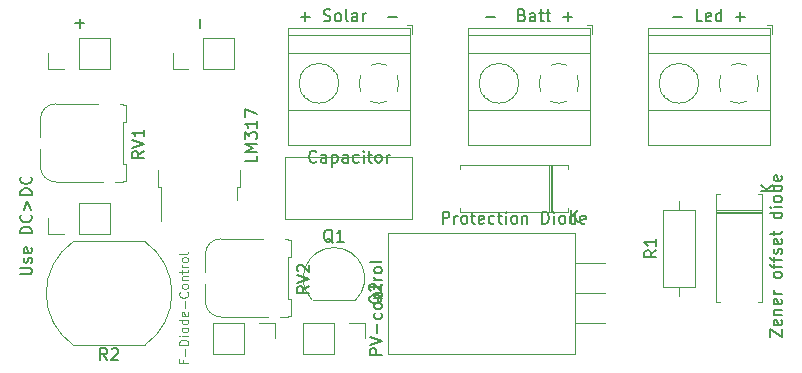
<source format=gbr>
%TF.GenerationSoftware,KiCad,Pcbnew,5.1.6*%
%TF.CreationDate,2020-11-07T14:35:20+00:00*%
%TF.ProjectId,SolarLights,536f6c61-724c-4696-9768-74732e6b6963,rev?*%
%TF.SameCoordinates,Original*%
%TF.FileFunction,Legend,Top*%
%TF.FilePolarity,Positive*%
%FSLAX46Y46*%
G04 Gerber Fmt 4.6, Leading zero omitted, Abs format (unit mm)*
G04 Created by KiCad (PCBNEW 5.1.6) date 2020-11-07 14:35:20*
%MOMM*%
%LPD*%
G01*
G04 APERTURE LIST*
%ADD10C,0.120000*%
%ADD11C,0.150000*%
%ADD12C,0.125000*%
G04 APERTURE END LIST*
D10*
%TO.C,Q2*%
X189350000Y-48300000D02*
X189350000Y-38060000D01*
X173460000Y-48300000D02*
X173460000Y-38060000D01*
X173460000Y-48300000D02*
X189350000Y-48300000D01*
X173460000Y-38060000D02*
X189350000Y-38060000D01*
X189350000Y-45720000D02*
X191890000Y-45720000D01*
X189350000Y-43180000D02*
X191890000Y-43180000D01*
X189350000Y-40640000D02*
X191890000Y-40640000D01*
%TO.C,PV-control*%
X166310000Y-45660000D02*
X166310000Y-48320000D01*
X168910000Y-45660000D02*
X166310000Y-45660000D01*
X168910000Y-48320000D02*
X166310000Y-48320000D01*
X168910000Y-45660000D02*
X168910000Y-48320000D01*
X170180000Y-45660000D02*
X171510000Y-45660000D01*
X171510000Y-45660000D02*
X171510000Y-46990000D01*
%TO.C,F-Diode-Control*%
X158690000Y-45660000D02*
X158690000Y-48320000D01*
X161290000Y-45660000D02*
X158690000Y-45660000D01*
X161290000Y-48320000D02*
X158690000Y-48320000D01*
X161290000Y-45660000D02*
X161290000Y-48320000D01*
X162560000Y-45660000D02*
X163890000Y-45660000D01*
X163890000Y-45660000D02*
X163890000Y-46990000D01*
%TO.C,LM317*%
X154030000Y-32720000D02*
X154030000Y-34220000D01*
X154030000Y-34220000D02*
X154300000Y-34220000D01*
X154300000Y-34220000D02*
X154300000Y-37050000D01*
X160930000Y-32720000D02*
X160930000Y-34220000D01*
X160930000Y-34220000D02*
X160660000Y-34220000D01*
X160660000Y-34220000D02*
X160660000Y-35320000D01*
%TO.C,RV2*%
X158020000Y-39870000D02*
G75*
G02*
X159330000Y-38560000I1310000J0D01*
G01*
X159330000Y-45180000D02*
G75*
G02*
X158020000Y-43870000I0J1310000D01*
G01*
X165040000Y-45180000D02*
X164350000Y-45180000D01*
X165040000Y-45080000D02*
X165040000Y-45180000D01*
X165040000Y-38560000D02*
X164790000Y-38560000D01*
X165040000Y-38660000D02*
X165040000Y-38560000D01*
X165240000Y-38660000D02*
X165040000Y-38660000D01*
X165040000Y-40080000D02*
X165240000Y-40080000D01*
X158020000Y-43870000D02*
X158020000Y-42380000D01*
X163310000Y-45180000D02*
X159330000Y-45180000D01*
X159330000Y-38560000D02*
X162870000Y-38560000D01*
X158020000Y-41360000D02*
X158020000Y-39870000D01*
X165240000Y-45080000D02*
X165040000Y-45080000D01*
X165240000Y-43660000D02*
X165240000Y-45080000D01*
X165040000Y-43660000D02*
X165240000Y-43660000D01*
X165040000Y-40080000D02*
X165040000Y-43660000D01*
X165240000Y-38660000D02*
X165240000Y-40080000D01*
%TO.C,RV1*%
X144050000Y-28440000D02*
G75*
G02*
X145360000Y-27130000I1310000J0D01*
G01*
X145360000Y-33750000D02*
G75*
G02*
X144050000Y-32440000I0J1310000D01*
G01*
X151070000Y-33750000D02*
X150380000Y-33750000D01*
X151070000Y-33650000D02*
X151070000Y-33750000D01*
X151070000Y-27130000D02*
X150820000Y-27130000D01*
X151070000Y-27230000D02*
X151070000Y-27130000D01*
X151270000Y-27230000D02*
X151070000Y-27230000D01*
X151070000Y-28650000D02*
X151270000Y-28650000D01*
X144050000Y-32440000D02*
X144050000Y-30950000D01*
X149340000Y-33750000D02*
X145360000Y-33750000D01*
X145360000Y-27130000D02*
X148900000Y-27130000D01*
X144050000Y-29930000D02*
X144050000Y-28440000D01*
X151270000Y-33650000D02*
X151070000Y-33650000D01*
X151270000Y-32230000D02*
X151270000Y-33650000D01*
X151070000Y-32230000D02*
X151270000Y-32230000D01*
X151070000Y-28650000D02*
X151070000Y-32230000D01*
X151270000Y-27230000D02*
X151270000Y-28650000D01*
%TO.C,R2*%
X146837350Y-38802440D02*
G75*
G03*
X146870000Y-47580000I3032650J-4377560D01*
G01*
X152902650Y-47557560D02*
G75*
G03*
X152870000Y-38780000I-3032650J4377560D01*
G01*
X152870000Y-38780000D02*
X146870000Y-38780000D01*
X152870000Y-47580000D02*
X146870000Y-47580000D01*
%TO.C,R1*%
X196750000Y-42640000D02*
X199490000Y-42640000D01*
X199490000Y-42640000D02*
X199490000Y-36100000D01*
X199490000Y-36100000D02*
X196750000Y-36100000D01*
X196750000Y-36100000D02*
X196750000Y-42640000D01*
X198120000Y-43410000D02*
X198120000Y-42640000D01*
X198120000Y-35330000D02*
X198120000Y-36100000D01*
%TO.C,Q1*%
X170748478Y-43748478D02*
G75*
G03*
X168910000Y-39310000I-1838478J1838478D01*
G01*
X167071522Y-43748478D02*
G75*
G02*
X168910000Y-39310000I1838478J1838478D01*
G01*
X167110000Y-43760000D02*
X170710000Y-43760000D01*
%TO.C,- Led +*%
X203171195Y-23719747D02*
G75*
G02*
X203884000Y-23865000I28805J-1680253D01*
G01*
X204735426Y-24716958D02*
G75*
G02*
X204735000Y-26084000I-1535426J-683042D01*
G01*
X203883042Y-26935426D02*
G75*
G02*
X202516000Y-26935000I-683042J1535426D01*
G01*
X201664574Y-26083042D02*
G75*
G02*
X201665000Y-24716000I1535426J683042D01*
G01*
X202516682Y-23865244D02*
G75*
G02*
X203200000Y-23720000I683318J-1534756D01*
G01*
X199800000Y-25400000D02*
G75*
G03*
X199800000Y-25400000I-1680000J0D01*
G01*
X205800000Y-21300000D02*
X195520000Y-21300000D01*
X205800000Y-22800000D02*
X195520000Y-22800000D01*
X205800000Y-27701000D02*
X195520000Y-27701000D01*
X205800000Y-30661000D02*
X195520000Y-30661000D01*
X205800000Y-20740000D02*
X195520000Y-20740000D01*
X205800000Y-30661000D02*
X205800000Y-20740000D01*
X195520000Y-30661000D02*
X195520000Y-20740000D01*
X196845000Y-26469000D02*
X196892000Y-26423000D01*
X199154000Y-24161000D02*
X199189000Y-24126000D01*
X197050000Y-26675000D02*
X197085000Y-26639000D01*
X199347000Y-24377000D02*
X199394000Y-24331000D01*
X206040000Y-21240000D02*
X206040000Y-20500000D01*
X206040000Y-20500000D02*
X205540000Y-20500000D01*
%TO.C,-  Batt +*%
X187931195Y-23719747D02*
G75*
G02*
X188644000Y-23865000I28805J-1680253D01*
G01*
X189495426Y-24716958D02*
G75*
G02*
X189495000Y-26084000I-1535426J-683042D01*
G01*
X188643042Y-26935426D02*
G75*
G02*
X187276000Y-26935000I-683042J1535426D01*
G01*
X186424574Y-26083042D02*
G75*
G02*
X186425000Y-24716000I1535426J683042D01*
G01*
X187276682Y-23865244D02*
G75*
G02*
X187960000Y-23720000I683318J-1534756D01*
G01*
X184560000Y-25400000D02*
G75*
G03*
X184560000Y-25400000I-1680000J0D01*
G01*
X190560000Y-21300000D02*
X180280000Y-21300000D01*
X190560000Y-22800000D02*
X180280000Y-22800000D01*
X190560000Y-27701000D02*
X180280000Y-27701000D01*
X190560000Y-30661000D02*
X180280000Y-30661000D01*
X190560000Y-20740000D02*
X180280000Y-20740000D01*
X190560000Y-30661000D02*
X190560000Y-20740000D01*
X180280000Y-30661000D02*
X180280000Y-20740000D01*
X181605000Y-26469000D02*
X181652000Y-26423000D01*
X183914000Y-24161000D02*
X183949000Y-24126000D01*
X181810000Y-26675000D02*
X181845000Y-26639000D01*
X184107000Y-24377000D02*
X184154000Y-24331000D01*
X190800000Y-21240000D02*
X190800000Y-20500000D01*
X190800000Y-20500000D02*
X190300000Y-20500000D01*
%TO.C,Use DC>DC*%
X149920000Y-38160000D02*
X149920000Y-35500000D01*
X147320000Y-38160000D02*
X149920000Y-38160000D01*
X147320000Y-35500000D02*
X149920000Y-35500000D01*
X147320000Y-38160000D02*
X147320000Y-35500000D01*
X146050000Y-38160000D02*
X144720000Y-38160000D01*
X144720000Y-38160000D02*
X144720000Y-36830000D01*
%TO.C,-*%
X160460000Y-24190000D02*
X160460000Y-21530000D01*
X157860000Y-24190000D02*
X160460000Y-24190000D01*
X157860000Y-21530000D02*
X160460000Y-21530000D01*
X157860000Y-24190000D02*
X157860000Y-21530000D01*
X156590000Y-24190000D02*
X155260000Y-24190000D01*
X155260000Y-24190000D02*
X155260000Y-22860000D01*
%TO.C,+*%
X149920000Y-24190000D02*
X149920000Y-21530000D01*
X147320000Y-24190000D02*
X149920000Y-24190000D01*
X147320000Y-21530000D02*
X149920000Y-21530000D01*
X147320000Y-24190000D02*
X147320000Y-21530000D01*
X146050000Y-24190000D02*
X144720000Y-24190000D01*
X144720000Y-24190000D02*
X144720000Y-22860000D01*
%TO.C,Capacitor*%
X172691195Y-23719747D02*
G75*
G02*
X173404000Y-23865000I28805J-1680253D01*
G01*
X174255426Y-24716958D02*
G75*
G02*
X174255000Y-26084000I-1535426J-683042D01*
G01*
X173403042Y-26935426D02*
G75*
G02*
X172036000Y-26935000I-683042J1535426D01*
G01*
X171184574Y-26083042D02*
G75*
G02*
X171185000Y-24716000I1535426J683042D01*
G01*
X172036682Y-23865244D02*
G75*
G02*
X172720000Y-23720000I683318J-1534756D01*
G01*
X169320000Y-25400000D02*
G75*
G03*
X169320000Y-25400000I-1680000J0D01*
G01*
X175320000Y-21300000D02*
X165040000Y-21300000D01*
X175320000Y-22800000D02*
X165040000Y-22800000D01*
X175320000Y-27701000D02*
X165040000Y-27701000D01*
X175320000Y-30661000D02*
X165040000Y-30661000D01*
X175320000Y-20740000D02*
X165040000Y-20740000D01*
X175320000Y-30661000D02*
X175320000Y-20740000D01*
X165040000Y-30661000D02*
X165040000Y-20740000D01*
X166365000Y-26469000D02*
X166412000Y-26423000D01*
X168674000Y-24161000D02*
X168709000Y-24126000D01*
X166570000Y-26675000D02*
X166605000Y-26639000D01*
X168867000Y-24377000D02*
X168914000Y-24331000D01*
X175560000Y-21240000D02*
X175560000Y-20500000D01*
X175560000Y-20500000D02*
X175060000Y-20500000D01*
%TO.C,Zener offset diode*%
X204840000Y-34800000D02*
X205170000Y-34800000D01*
X205170000Y-34800000D02*
X205170000Y-43940000D01*
X205170000Y-43940000D02*
X204840000Y-43940000D01*
X201560000Y-34800000D02*
X201230000Y-34800000D01*
X201230000Y-34800000D02*
X201230000Y-43940000D01*
X201230000Y-43940000D02*
X201560000Y-43940000D01*
X205170000Y-36255000D02*
X201230000Y-36255000D01*
X205170000Y-36375000D02*
X201230000Y-36375000D01*
X205170000Y-36135000D02*
X201230000Y-36135000D01*
%TO.C,Protection Diode*%
X188720000Y-35930000D02*
X188720000Y-36260000D01*
X188720000Y-36260000D02*
X179580000Y-36260000D01*
X179580000Y-36260000D02*
X179580000Y-35930000D01*
X188720000Y-32650000D02*
X188720000Y-32320000D01*
X188720000Y-32320000D02*
X179580000Y-32320000D01*
X179580000Y-32320000D02*
X179580000Y-32650000D01*
X187265000Y-36260000D02*
X187265000Y-32320000D01*
X187145000Y-36260000D02*
X187145000Y-32320000D01*
X187385000Y-36260000D02*
X187385000Y-32320000D01*
%TO.C,+ Solar  -*%
X164770000Y-31670000D02*
X175510000Y-31670000D01*
X164770000Y-36910000D02*
X175510000Y-36910000D01*
X164770000Y-31670000D02*
X164770000Y-36910000D01*
X175510000Y-31670000D02*
X175510000Y-36910000D01*
%TO.C, *%
D11*
%TO.C,Q2*%
X173007619Y-43275238D02*
X172960000Y-43370476D01*
X172864761Y-43465714D01*
X172721904Y-43608571D01*
X172674285Y-43703809D01*
X172674285Y-43799047D01*
X172912380Y-43751428D02*
X172864761Y-43846666D01*
X172769523Y-43941904D01*
X172579047Y-43989523D01*
X172245714Y-43989523D01*
X172055238Y-43941904D01*
X171960000Y-43846666D01*
X171912380Y-43751428D01*
X171912380Y-43560952D01*
X171960000Y-43465714D01*
X172055238Y-43370476D01*
X172245714Y-43322857D01*
X172579047Y-43322857D01*
X172769523Y-43370476D01*
X172864761Y-43465714D01*
X172912380Y-43560952D01*
X172912380Y-43751428D01*
X172007619Y-42941904D02*
X171960000Y-42894285D01*
X171912380Y-42799047D01*
X171912380Y-42560952D01*
X171960000Y-42465714D01*
X172007619Y-42418095D01*
X172102857Y-42370476D01*
X172198095Y-42370476D01*
X172340952Y-42418095D01*
X172912380Y-42989523D01*
X172912380Y-42370476D01*
%TO.C,PV-control*%
X172962380Y-48402380D02*
X171962380Y-48402380D01*
X171962380Y-48021428D01*
X172010000Y-47926190D01*
X172057619Y-47878571D01*
X172152857Y-47830952D01*
X172295714Y-47830952D01*
X172390952Y-47878571D01*
X172438571Y-47926190D01*
X172486190Y-48021428D01*
X172486190Y-48402380D01*
X171962380Y-47545238D02*
X172962380Y-47211904D01*
X171962380Y-46878571D01*
X172581428Y-46545238D02*
X172581428Y-45783333D01*
X172914761Y-44878571D02*
X172962380Y-44973809D01*
X172962380Y-45164285D01*
X172914761Y-45259523D01*
X172867142Y-45307142D01*
X172771904Y-45354761D01*
X172486190Y-45354761D01*
X172390952Y-45307142D01*
X172343333Y-45259523D01*
X172295714Y-45164285D01*
X172295714Y-44973809D01*
X172343333Y-44878571D01*
X172962380Y-44307142D02*
X172914761Y-44402380D01*
X172867142Y-44450000D01*
X172771904Y-44497619D01*
X172486190Y-44497619D01*
X172390952Y-44450000D01*
X172343333Y-44402380D01*
X172295714Y-44307142D01*
X172295714Y-44164285D01*
X172343333Y-44069047D01*
X172390952Y-44021428D01*
X172486190Y-43973809D01*
X172771904Y-43973809D01*
X172867142Y-44021428D01*
X172914761Y-44069047D01*
X172962380Y-44164285D01*
X172962380Y-44307142D01*
X172295714Y-43545238D02*
X172962380Y-43545238D01*
X172390952Y-43545238D02*
X172343333Y-43497619D01*
X172295714Y-43402380D01*
X172295714Y-43259523D01*
X172343333Y-43164285D01*
X172438571Y-43116666D01*
X172962380Y-43116666D01*
X172295714Y-42783333D02*
X172295714Y-42402380D01*
X171962380Y-42640476D02*
X172819523Y-42640476D01*
X172914761Y-42592857D01*
X172962380Y-42497619D01*
X172962380Y-42402380D01*
X172962380Y-42069047D02*
X172295714Y-42069047D01*
X172486190Y-42069047D02*
X172390952Y-42021428D01*
X172343333Y-41973809D01*
X172295714Y-41878571D01*
X172295714Y-41783333D01*
X172962380Y-41307142D02*
X172914761Y-41402380D01*
X172867142Y-41450000D01*
X172771904Y-41497619D01*
X172486190Y-41497619D01*
X172390952Y-41450000D01*
X172343333Y-41402380D01*
X172295714Y-41307142D01*
X172295714Y-41164285D01*
X172343333Y-41069047D01*
X172390952Y-41021428D01*
X172486190Y-40973809D01*
X172771904Y-40973809D01*
X172867142Y-41021428D01*
X172914761Y-41069047D01*
X172962380Y-41164285D01*
X172962380Y-41307142D01*
X172962380Y-40402380D02*
X172914761Y-40497619D01*
X172819523Y-40545238D01*
X171962380Y-40545238D01*
%TO.C,F-Diode-Control*%
D12*
X156156428Y-48860714D02*
X156156428Y-49110714D01*
X156549285Y-49110714D02*
X155799285Y-49110714D01*
X155799285Y-48753571D01*
X156263571Y-48467857D02*
X156263571Y-47896428D01*
X156549285Y-47539285D02*
X155799285Y-47539285D01*
X155799285Y-47360714D01*
X155835000Y-47253571D01*
X155906428Y-47182142D01*
X155977857Y-47146428D01*
X156120714Y-47110714D01*
X156227857Y-47110714D01*
X156370714Y-47146428D01*
X156442142Y-47182142D01*
X156513571Y-47253571D01*
X156549285Y-47360714D01*
X156549285Y-47539285D01*
X156549285Y-46789285D02*
X156049285Y-46789285D01*
X155799285Y-46789285D02*
X155835000Y-46825000D01*
X155870714Y-46789285D01*
X155835000Y-46753571D01*
X155799285Y-46789285D01*
X155870714Y-46789285D01*
X156549285Y-46325000D02*
X156513571Y-46396428D01*
X156477857Y-46432142D01*
X156406428Y-46467857D01*
X156192142Y-46467857D01*
X156120714Y-46432142D01*
X156085000Y-46396428D01*
X156049285Y-46325000D01*
X156049285Y-46217857D01*
X156085000Y-46146428D01*
X156120714Y-46110714D01*
X156192142Y-46075000D01*
X156406428Y-46075000D01*
X156477857Y-46110714D01*
X156513571Y-46146428D01*
X156549285Y-46217857D01*
X156549285Y-46325000D01*
X156549285Y-45432142D02*
X155799285Y-45432142D01*
X156513571Y-45432142D02*
X156549285Y-45503571D01*
X156549285Y-45646428D01*
X156513571Y-45717857D01*
X156477857Y-45753571D01*
X156406428Y-45789285D01*
X156192142Y-45789285D01*
X156120714Y-45753571D01*
X156085000Y-45717857D01*
X156049285Y-45646428D01*
X156049285Y-45503571D01*
X156085000Y-45432142D01*
X156513571Y-44789285D02*
X156549285Y-44860714D01*
X156549285Y-45003571D01*
X156513571Y-45075000D01*
X156442142Y-45110714D01*
X156156428Y-45110714D01*
X156085000Y-45075000D01*
X156049285Y-45003571D01*
X156049285Y-44860714D01*
X156085000Y-44789285D01*
X156156428Y-44753571D01*
X156227857Y-44753571D01*
X156299285Y-45110714D01*
X156263571Y-44432142D02*
X156263571Y-43860714D01*
X156477857Y-43075000D02*
X156513571Y-43110714D01*
X156549285Y-43217857D01*
X156549285Y-43289285D01*
X156513571Y-43396428D01*
X156442142Y-43467857D01*
X156370714Y-43503571D01*
X156227857Y-43539285D01*
X156120714Y-43539285D01*
X155977857Y-43503571D01*
X155906428Y-43467857D01*
X155835000Y-43396428D01*
X155799285Y-43289285D01*
X155799285Y-43217857D01*
X155835000Y-43110714D01*
X155870714Y-43075000D01*
X156549285Y-42646428D02*
X156513571Y-42717857D01*
X156477857Y-42753571D01*
X156406428Y-42789285D01*
X156192142Y-42789285D01*
X156120714Y-42753571D01*
X156085000Y-42717857D01*
X156049285Y-42646428D01*
X156049285Y-42539285D01*
X156085000Y-42467857D01*
X156120714Y-42432142D01*
X156192142Y-42396428D01*
X156406428Y-42396428D01*
X156477857Y-42432142D01*
X156513571Y-42467857D01*
X156549285Y-42539285D01*
X156549285Y-42646428D01*
X156049285Y-42075000D02*
X156549285Y-42075000D01*
X156120714Y-42075000D02*
X156085000Y-42039285D01*
X156049285Y-41967857D01*
X156049285Y-41860714D01*
X156085000Y-41789285D01*
X156156428Y-41753571D01*
X156549285Y-41753571D01*
X156049285Y-41503571D02*
X156049285Y-41217857D01*
X155799285Y-41396428D02*
X156442142Y-41396428D01*
X156513571Y-41360714D01*
X156549285Y-41289285D01*
X156549285Y-41217857D01*
X156549285Y-40967857D02*
X156049285Y-40967857D01*
X156192142Y-40967857D02*
X156120714Y-40932142D01*
X156085000Y-40896428D01*
X156049285Y-40825000D01*
X156049285Y-40753571D01*
X156549285Y-40396428D02*
X156513571Y-40467857D01*
X156477857Y-40503571D01*
X156406428Y-40539285D01*
X156192142Y-40539285D01*
X156120714Y-40503571D01*
X156085000Y-40467857D01*
X156049285Y-40396428D01*
X156049285Y-40289285D01*
X156085000Y-40217857D01*
X156120714Y-40182142D01*
X156192142Y-40146428D01*
X156406428Y-40146428D01*
X156477857Y-40182142D01*
X156513571Y-40217857D01*
X156549285Y-40289285D01*
X156549285Y-40396428D01*
X156549285Y-39717857D02*
X156513571Y-39789285D01*
X156442142Y-39825000D01*
X155799285Y-39825000D01*
%TO.C,LM317*%
D11*
X162377380Y-31535476D02*
X162377380Y-32011666D01*
X161377380Y-32011666D01*
X162377380Y-31202142D02*
X161377380Y-31202142D01*
X162091666Y-30868809D01*
X161377380Y-30535476D01*
X162377380Y-30535476D01*
X161377380Y-30154523D02*
X161377380Y-29535476D01*
X161758333Y-29868809D01*
X161758333Y-29725952D01*
X161805952Y-29630714D01*
X161853571Y-29583095D01*
X161948809Y-29535476D01*
X162186904Y-29535476D01*
X162282142Y-29583095D01*
X162329761Y-29630714D01*
X162377380Y-29725952D01*
X162377380Y-30011666D01*
X162329761Y-30106904D01*
X162282142Y-30154523D01*
X162377380Y-28583095D02*
X162377380Y-29154523D01*
X162377380Y-28868809D02*
X161377380Y-28868809D01*
X161520238Y-28964047D01*
X161615476Y-29059285D01*
X161663095Y-29154523D01*
X161377380Y-28249761D02*
X161377380Y-27583095D01*
X162377380Y-28011666D01*
%TO.C,RV2*%
X166782380Y-42565238D02*
X166306190Y-42898571D01*
X166782380Y-43136666D02*
X165782380Y-43136666D01*
X165782380Y-42755714D01*
X165830000Y-42660476D01*
X165877619Y-42612857D01*
X165972857Y-42565238D01*
X166115714Y-42565238D01*
X166210952Y-42612857D01*
X166258571Y-42660476D01*
X166306190Y-42755714D01*
X166306190Y-43136666D01*
X165782380Y-42279523D02*
X166782380Y-41946190D01*
X165782380Y-41612857D01*
X165877619Y-41327142D02*
X165830000Y-41279523D01*
X165782380Y-41184285D01*
X165782380Y-40946190D01*
X165830000Y-40850952D01*
X165877619Y-40803333D01*
X165972857Y-40755714D01*
X166068095Y-40755714D01*
X166210952Y-40803333D01*
X166782380Y-41374761D01*
X166782380Y-40755714D01*
%TO.C,RV1*%
X152812380Y-31135238D02*
X152336190Y-31468571D01*
X152812380Y-31706666D02*
X151812380Y-31706666D01*
X151812380Y-31325714D01*
X151860000Y-31230476D01*
X151907619Y-31182857D01*
X152002857Y-31135238D01*
X152145714Y-31135238D01*
X152240952Y-31182857D01*
X152288571Y-31230476D01*
X152336190Y-31325714D01*
X152336190Y-31706666D01*
X151812380Y-30849523D02*
X152812380Y-30516190D01*
X151812380Y-30182857D01*
X152812380Y-29325714D02*
X152812380Y-29897142D01*
X152812380Y-29611428D02*
X151812380Y-29611428D01*
X151955238Y-29706666D01*
X152050476Y-29801904D01*
X152098095Y-29897142D01*
%TO.C,R2*%
X149703333Y-48832380D02*
X149370000Y-48356190D01*
X149131904Y-48832380D02*
X149131904Y-47832380D01*
X149512857Y-47832380D01*
X149608095Y-47880000D01*
X149655714Y-47927619D01*
X149703333Y-48022857D01*
X149703333Y-48165714D01*
X149655714Y-48260952D01*
X149608095Y-48308571D01*
X149512857Y-48356190D01*
X149131904Y-48356190D01*
X150084285Y-47927619D02*
X150131904Y-47880000D01*
X150227142Y-47832380D01*
X150465238Y-47832380D01*
X150560476Y-47880000D01*
X150608095Y-47927619D01*
X150655714Y-48022857D01*
X150655714Y-48118095D01*
X150608095Y-48260952D01*
X150036666Y-48832380D01*
X150655714Y-48832380D01*
%TO.C,R1*%
X196202380Y-39536666D02*
X195726190Y-39870000D01*
X196202380Y-40108095D02*
X195202380Y-40108095D01*
X195202380Y-39727142D01*
X195250000Y-39631904D01*
X195297619Y-39584285D01*
X195392857Y-39536666D01*
X195535714Y-39536666D01*
X195630952Y-39584285D01*
X195678571Y-39631904D01*
X195726190Y-39727142D01*
X195726190Y-40108095D01*
X196202380Y-38584285D02*
X196202380Y-39155714D01*
X196202380Y-38870000D02*
X195202380Y-38870000D01*
X195345238Y-38965238D01*
X195440476Y-39060476D01*
X195488095Y-39155714D01*
%TO.C,Q1*%
X168814761Y-38897619D02*
X168719523Y-38850000D01*
X168624285Y-38754761D01*
X168481428Y-38611904D01*
X168386190Y-38564285D01*
X168290952Y-38564285D01*
X168338571Y-38802380D02*
X168243333Y-38754761D01*
X168148095Y-38659523D01*
X168100476Y-38469047D01*
X168100476Y-38135714D01*
X168148095Y-37945238D01*
X168243333Y-37850000D01*
X168338571Y-37802380D01*
X168529047Y-37802380D01*
X168624285Y-37850000D01*
X168719523Y-37945238D01*
X168767142Y-38135714D01*
X168767142Y-38469047D01*
X168719523Y-38659523D01*
X168624285Y-38754761D01*
X168529047Y-38802380D01*
X168338571Y-38802380D01*
X169719523Y-38802380D02*
X169148095Y-38802380D01*
X169433809Y-38802380D02*
X169433809Y-37802380D01*
X169338571Y-37945238D01*
X169243333Y-38040476D01*
X169148095Y-38088095D01*
%TO.C,- Led +*%
X197612380Y-19756428D02*
X198374285Y-19756428D01*
X200088571Y-20137380D02*
X199612380Y-20137380D01*
X199612380Y-19137380D01*
X200802857Y-20089761D02*
X200707619Y-20137380D01*
X200517142Y-20137380D01*
X200421904Y-20089761D01*
X200374285Y-19994523D01*
X200374285Y-19613571D01*
X200421904Y-19518333D01*
X200517142Y-19470714D01*
X200707619Y-19470714D01*
X200802857Y-19518333D01*
X200850476Y-19613571D01*
X200850476Y-19708809D01*
X200374285Y-19804047D01*
X201707619Y-20137380D02*
X201707619Y-19137380D01*
X201707619Y-20089761D02*
X201612380Y-20137380D01*
X201421904Y-20137380D01*
X201326666Y-20089761D01*
X201279047Y-20042142D01*
X201231428Y-19946904D01*
X201231428Y-19661190D01*
X201279047Y-19565952D01*
X201326666Y-19518333D01*
X201421904Y-19470714D01*
X201612380Y-19470714D01*
X201707619Y-19518333D01*
X202945714Y-19756428D02*
X203707619Y-19756428D01*
X203326666Y-20137380D02*
X203326666Y-19375476D01*
%TO.C,-  Batt +*%
X181753333Y-19756428D02*
X182515238Y-19756428D01*
X184848571Y-19613571D02*
X184991428Y-19661190D01*
X185039047Y-19708809D01*
X185086666Y-19804047D01*
X185086666Y-19946904D01*
X185039047Y-20042142D01*
X184991428Y-20089761D01*
X184896190Y-20137380D01*
X184515238Y-20137380D01*
X184515238Y-19137380D01*
X184848571Y-19137380D01*
X184943809Y-19185000D01*
X184991428Y-19232619D01*
X185039047Y-19327857D01*
X185039047Y-19423095D01*
X184991428Y-19518333D01*
X184943809Y-19565952D01*
X184848571Y-19613571D01*
X184515238Y-19613571D01*
X185943809Y-20137380D02*
X185943809Y-19613571D01*
X185896190Y-19518333D01*
X185800952Y-19470714D01*
X185610476Y-19470714D01*
X185515238Y-19518333D01*
X185943809Y-20089761D02*
X185848571Y-20137380D01*
X185610476Y-20137380D01*
X185515238Y-20089761D01*
X185467619Y-19994523D01*
X185467619Y-19899285D01*
X185515238Y-19804047D01*
X185610476Y-19756428D01*
X185848571Y-19756428D01*
X185943809Y-19708809D01*
X186277142Y-19470714D02*
X186658095Y-19470714D01*
X186420000Y-19137380D02*
X186420000Y-19994523D01*
X186467619Y-20089761D01*
X186562857Y-20137380D01*
X186658095Y-20137380D01*
X186848571Y-19470714D02*
X187229523Y-19470714D01*
X186991428Y-19137380D02*
X186991428Y-19994523D01*
X187039047Y-20089761D01*
X187134285Y-20137380D01*
X187229523Y-20137380D01*
X188324761Y-19756428D02*
X189086666Y-19756428D01*
X188705714Y-20137380D02*
X188705714Y-19375476D01*
%TO.C,Use DC>DC*%
X142327380Y-41584047D02*
X143136904Y-41584047D01*
X143232142Y-41536428D01*
X143279761Y-41488809D01*
X143327380Y-41393571D01*
X143327380Y-41203095D01*
X143279761Y-41107857D01*
X143232142Y-41060238D01*
X143136904Y-41012619D01*
X142327380Y-41012619D01*
X143279761Y-40584047D02*
X143327380Y-40488809D01*
X143327380Y-40298333D01*
X143279761Y-40203095D01*
X143184523Y-40155476D01*
X143136904Y-40155476D01*
X143041666Y-40203095D01*
X142994047Y-40298333D01*
X142994047Y-40441190D01*
X142946428Y-40536428D01*
X142851190Y-40584047D01*
X142803571Y-40584047D01*
X142708333Y-40536428D01*
X142660714Y-40441190D01*
X142660714Y-40298333D01*
X142708333Y-40203095D01*
X143279761Y-39345952D02*
X143327380Y-39441190D01*
X143327380Y-39631666D01*
X143279761Y-39726904D01*
X143184523Y-39774523D01*
X142803571Y-39774523D01*
X142708333Y-39726904D01*
X142660714Y-39631666D01*
X142660714Y-39441190D01*
X142708333Y-39345952D01*
X142803571Y-39298333D01*
X142898809Y-39298333D01*
X142994047Y-39774523D01*
X143327380Y-38107857D02*
X142327380Y-38107857D01*
X142327380Y-37869761D01*
X142375000Y-37726904D01*
X142470238Y-37631666D01*
X142565476Y-37584047D01*
X142755952Y-37536428D01*
X142898809Y-37536428D01*
X143089285Y-37584047D01*
X143184523Y-37631666D01*
X143279761Y-37726904D01*
X143327380Y-37869761D01*
X143327380Y-38107857D01*
X143232142Y-36536428D02*
X143279761Y-36584047D01*
X143327380Y-36726904D01*
X143327380Y-36822142D01*
X143279761Y-36965000D01*
X143184523Y-37060238D01*
X143089285Y-37107857D01*
X142898809Y-37155476D01*
X142755952Y-37155476D01*
X142565476Y-37107857D01*
X142470238Y-37060238D01*
X142375000Y-36965000D01*
X142327380Y-36822142D01*
X142327380Y-36726904D01*
X142375000Y-36584047D01*
X142422619Y-36536428D01*
X142660714Y-36107857D02*
X142946428Y-35345952D01*
X143232142Y-36107857D01*
X143327380Y-34869761D02*
X142327380Y-34869761D01*
X142327380Y-34631666D01*
X142375000Y-34488809D01*
X142470238Y-34393571D01*
X142565476Y-34345952D01*
X142755952Y-34298333D01*
X142898809Y-34298333D01*
X143089285Y-34345952D01*
X143184523Y-34393571D01*
X143279761Y-34488809D01*
X143327380Y-34631666D01*
X143327380Y-34869761D01*
X143232142Y-33298333D02*
X143279761Y-33345952D01*
X143327380Y-33488809D01*
X143327380Y-33584047D01*
X143279761Y-33726904D01*
X143184523Y-33822142D01*
X143089285Y-33869761D01*
X142898809Y-33917380D01*
X142755952Y-33917380D01*
X142565476Y-33869761D01*
X142470238Y-33822142D01*
X142375000Y-33726904D01*
X142327380Y-33584047D01*
X142327380Y-33488809D01*
X142375000Y-33345952D01*
X142422619Y-33298333D01*
%TO.C,-*%
X157551428Y-20700952D02*
X157551428Y-19939047D01*
%TO.C,+*%
X147391428Y-20700952D02*
X147391428Y-19939047D01*
X147772380Y-20320000D02*
X147010476Y-20320000D01*
%TO.C,Capacitor*%
X167418095Y-32017142D02*
X167370476Y-32064761D01*
X167227619Y-32112380D01*
X167132380Y-32112380D01*
X166989523Y-32064761D01*
X166894285Y-31969523D01*
X166846666Y-31874285D01*
X166799047Y-31683809D01*
X166799047Y-31540952D01*
X166846666Y-31350476D01*
X166894285Y-31255238D01*
X166989523Y-31160000D01*
X167132380Y-31112380D01*
X167227619Y-31112380D01*
X167370476Y-31160000D01*
X167418095Y-31207619D01*
X168275238Y-32112380D02*
X168275238Y-31588571D01*
X168227619Y-31493333D01*
X168132380Y-31445714D01*
X167941904Y-31445714D01*
X167846666Y-31493333D01*
X168275238Y-32064761D02*
X168180000Y-32112380D01*
X167941904Y-32112380D01*
X167846666Y-32064761D01*
X167799047Y-31969523D01*
X167799047Y-31874285D01*
X167846666Y-31779047D01*
X167941904Y-31731428D01*
X168180000Y-31731428D01*
X168275238Y-31683809D01*
X168751428Y-31445714D02*
X168751428Y-32445714D01*
X168751428Y-31493333D02*
X168846666Y-31445714D01*
X169037142Y-31445714D01*
X169132380Y-31493333D01*
X169180000Y-31540952D01*
X169227619Y-31636190D01*
X169227619Y-31921904D01*
X169180000Y-32017142D01*
X169132380Y-32064761D01*
X169037142Y-32112380D01*
X168846666Y-32112380D01*
X168751428Y-32064761D01*
X170084761Y-32112380D02*
X170084761Y-31588571D01*
X170037142Y-31493333D01*
X169941904Y-31445714D01*
X169751428Y-31445714D01*
X169656190Y-31493333D01*
X170084761Y-32064761D02*
X169989523Y-32112380D01*
X169751428Y-32112380D01*
X169656190Y-32064761D01*
X169608571Y-31969523D01*
X169608571Y-31874285D01*
X169656190Y-31779047D01*
X169751428Y-31731428D01*
X169989523Y-31731428D01*
X170084761Y-31683809D01*
X170989523Y-32064761D02*
X170894285Y-32112380D01*
X170703809Y-32112380D01*
X170608571Y-32064761D01*
X170560952Y-32017142D01*
X170513333Y-31921904D01*
X170513333Y-31636190D01*
X170560952Y-31540952D01*
X170608571Y-31493333D01*
X170703809Y-31445714D01*
X170894285Y-31445714D01*
X170989523Y-31493333D01*
X171418095Y-32112380D02*
X171418095Y-31445714D01*
X171418095Y-31112380D02*
X171370476Y-31160000D01*
X171418095Y-31207619D01*
X171465714Y-31160000D01*
X171418095Y-31112380D01*
X171418095Y-31207619D01*
X171751428Y-31445714D02*
X172132380Y-31445714D01*
X171894285Y-31112380D02*
X171894285Y-31969523D01*
X171941904Y-32064761D01*
X172037142Y-32112380D01*
X172132380Y-32112380D01*
X172608571Y-32112380D02*
X172513333Y-32064761D01*
X172465714Y-32017142D01*
X172418095Y-31921904D01*
X172418095Y-31636190D01*
X172465714Y-31540952D01*
X172513333Y-31493333D01*
X172608571Y-31445714D01*
X172751428Y-31445714D01*
X172846666Y-31493333D01*
X172894285Y-31540952D01*
X172941904Y-31636190D01*
X172941904Y-31921904D01*
X172894285Y-32017142D01*
X172846666Y-32064761D01*
X172751428Y-32112380D01*
X172608571Y-32112380D01*
X173370476Y-32112380D02*
X173370476Y-31445714D01*
X173370476Y-31636190D02*
X173418095Y-31540952D01*
X173465714Y-31493333D01*
X173560952Y-31445714D01*
X173656190Y-31445714D01*
%TO.C,Zener offset diode*%
X205827380Y-46885952D02*
X205827380Y-46219285D01*
X206827380Y-46885952D01*
X206827380Y-46219285D01*
X206779761Y-45457380D02*
X206827380Y-45552619D01*
X206827380Y-45743095D01*
X206779761Y-45838333D01*
X206684523Y-45885952D01*
X206303571Y-45885952D01*
X206208333Y-45838333D01*
X206160714Y-45743095D01*
X206160714Y-45552619D01*
X206208333Y-45457380D01*
X206303571Y-45409761D01*
X206398809Y-45409761D01*
X206494047Y-45885952D01*
X206160714Y-44981190D02*
X206827380Y-44981190D01*
X206255952Y-44981190D02*
X206208333Y-44933571D01*
X206160714Y-44838333D01*
X206160714Y-44695476D01*
X206208333Y-44600238D01*
X206303571Y-44552619D01*
X206827380Y-44552619D01*
X206779761Y-43695476D02*
X206827380Y-43790714D01*
X206827380Y-43981190D01*
X206779761Y-44076428D01*
X206684523Y-44124047D01*
X206303571Y-44124047D01*
X206208333Y-44076428D01*
X206160714Y-43981190D01*
X206160714Y-43790714D01*
X206208333Y-43695476D01*
X206303571Y-43647857D01*
X206398809Y-43647857D01*
X206494047Y-44124047D01*
X206827380Y-43219285D02*
X206160714Y-43219285D01*
X206351190Y-43219285D02*
X206255952Y-43171666D01*
X206208333Y-43124047D01*
X206160714Y-43028809D01*
X206160714Y-42933571D01*
X206827380Y-41695476D02*
X206779761Y-41790714D01*
X206732142Y-41838333D01*
X206636904Y-41885952D01*
X206351190Y-41885952D01*
X206255952Y-41838333D01*
X206208333Y-41790714D01*
X206160714Y-41695476D01*
X206160714Y-41552619D01*
X206208333Y-41457380D01*
X206255952Y-41409761D01*
X206351190Y-41362142D01*
X206636904Y-41362142D01*
X206732142Y-41409761D01*
X206779761Y-41457380D01*
X206827380Y-41552619D01*
X206827380Y-41695476D01*
X206160714Y-41076428D02*
X206160714Y-40695476D01*
X206827380Y-40933571D02*
X205970238Y-40933571D01*
X205875000Y-40885952D01*
X205827380Y-40790714D01*
X205827380Y-40695476D01*
X206160714Y-40505000D02*
X206160714Y-40124047D01*
X206827380Y-40362142D02*
X205970238Y-40362142D01*
X205875000Y-40314523D01*
X205827380Y-40219285D01*
X205827380Y-40124047D01*
X206779761Y-39838333D02*
X206827380Y-39743095D01*
X206827380Y-39552619D01*
X206779761Y-39457380D01*
X206684523Y-39409761D01*
X206636904Y-39409761D01*
X206541666Y-39457380D01*
X206494047Y-39552619D01*
X206494047Y-39695476D01*
X206446428Y-39790714D01*
X206351190Y-39838333D01*
X206303571Y-39838333D01*
X206208333Y-39790714D01*
X206160714Y-39695476D01*
X206160714Y-39552619D01*
X206208333Y-39457380D01*
X206779761Y-38600238D02*
X206827380Y-38695476D01*
X206827380Y-38885952D01*
X206779761Y-38981190D01*
X206684523Y-39028809D01*
X206303571Y-39028809D01*
X206208333Y-38981190D01*
X206160714Y-38885952D01*
X206160714Y-38695476D01*
X206208333Y-38600238D01*
X206303571Y-38552619D01*
X206398809Y-38552619D01*
X206494047Y-39028809D01*
X206160714Y-38266904D02*
X206160714Y-37885952D01*
X205827380Y-38124047D02*
X206684523Y-38124047D01*
X206779761Y-38076428D01*
X206827380Y-37981190D01*
X206827380Y-37885952D01*
X206827380Y-36362142D02*
X205827380Y-36362142D01*
X206779761Y-36362142D02*
X206827380Y-36457380D01*
X206827380Y-36647857D01*
X206779761Y-36743095D01*
X206732142Y-36790714D01*
X206636904Y-36838333D01*
X206351190Y-36838333D01*
X206255952Y-36790714D01*
X206208333Y-36743095D01*
X206160714Y-36647857D01*
X206160714Y-36457380D01*
X206208333Y-36362142D01*
X206827380Y-35885952D02*
X206160714Y-35885952D01*
X205827380Y-35885952D02*
X205875000Y-35933571D01*
X205922619Y-35885952D01*
X205875000Y-35838333D01*
X205827380Y-35885952D01*
X205922619Y-35885952D01*
X206827380Y-35266904D02*
X206779761Y-35362142D01*
X206732142Y-35409761D01*
X206636904Y-35457380D01*
X206351190Y-35457380D01*
X206255952Y-35409761D01*
X206208333Y-35362142D01*
X206160714Y-35266904D01*
X206160714Y-35124047D01*
X206208333Y-35028809D01*
X206255952Y-34981190D01*
X206351190Y-34933571D01*
X206636904Y-34933571D01*
X206732142Y-34981190D01*
X206779761Y-35028809D01*
X206827380Y-35124047D01*
X206827380Y-35266904D01*
X206827380Y-34076428D02*
X205827380Y-34076428D01*
X206779761Y-34076428D02*
X206827380Y-34171666D01*
X206827380Y-34362142D01*
X206779761Y-34457380D01*
X206732142Y-34505000D01*
X206636904Y-34552619D01*
X206351190Y-34552619D01*
X206255952Y-34505000D01*
X206208333Y-34457380D01*
X206160714Y-34362142D01*
X206160714Y-34171666D01*
X206208333Y-34076428D01*
X206779761Y-33219285D02*
X206827380Y-33314523D01*
X206827380Y-33505000D01*
X206779761Y-33600238D01*
X206684523Y-33647857D01*
X206303571Y-33647857D01*
X206208333Y-33600238D01*
X206160714Y-33505000D01*
X206160714Y-33314523D01*
X206208333Y-33219285D01*
X206303571Y-33171666D01*
X206398809Y-33171666D01*
X206494047Y-33647857D01*
X206052380Y-34551904D02*
X205052380Y-34551904D01*
X206052380Y-33980476D02*
X205480952Y-34409047D01*
X205052380Y-33980476D02*
X205623809Y-34551904D01*
%TO.C,Protection Diode*%
X178102380Y-37282380D02*
X178102380Y-36282380D01*
X178483333Y-36282380D01*
X178578571Y-36330000D01*
X178626190Y-36377619D01*
X178673809Y-36472857D01*
X178673809Y-36615714D01*
X178626190Y-36710952D01*
X178578571Y-36758571D01*
X178483333Y-36806190D01*
X178102380Y-36806190D01*
X179102380Y-37282380D02*
X179102380Y-36615714D01*
X179102380Y-36806190D02*
X179150000Y-36710952D01*
X179197619Y-36663333D01*
X179292857Y-36615714D01*
X179388095Y-36615714D01*
X179864285Y-37282380D02*
X179769047Y-37234761D01*
X179721428Y-37187142D01*
X179673809Y-37091904D01*
X179673809Y-36806190D01*
X179721428Y-36710952D01*
X179769047Y-36663333D01*
X179864285Y-36615714D01*
X180007142Y-36615714D01*
X180102380Y-36663333D01*
X180150000Y-36710952D01*
X180197619Y-36806190D01*
X180197619Y-37091904D01*
X180150000Y-37187142D01*
X180102380Y-37234761D01*
X180007142Y-37282380D01*
X179864285Y-37282380D01*
X180483333Y-36615714D02*
X180864285Y-36615714D01*
X180626190Y-36282380D02*
X180626190Y-37139523D01*
X180673809Y-37234761D01*
X180769047Y-37282380D01*
X180864285Y-37282380D01*
X181578571Y-37234761D02*
X181483333Y-37282380D01*
X181292857Y-37282380D01*
X181197619Y-37234761D01*
X181150000Y-37139523D01*
X181150000Y-36758571D01*
X181197619Y-36663333D01*
X181292857Y-36615714D01*
X181483333Y-36615714D01*
X181578571Y-36663333D01*
X181626190Y-36758571D01*
X181626190Y-36853809D01*
X181150000Y-36949047D01*
X182483333Y-37234761D02*
X182388095Y-37282380D01*
X182197619Y-37282380D01*
X182102380Y-37234761D01*
X182054761Y-37187142D01*
X182007142Y-37091904D01*
X182007142Y-36806190D01*
X182054761Y-36710952D01*
X182102380Y-36663333D01*
X182197619Y-36615714D01*
X182388095Y-36615714D01*
X182483333Y-36663333D01*
X182769047Y-36615714D02*
X183150000Y-36615714D01*
X182911904Y-36282380D02*
X182911904Y-37139523D01*
X182959523Y-37234761D01*
X183054761Y-37282380D01*
X183150000Y-37282380D01*
X183483333Y-37282380D02*
X183483333Y-36615714D01*
X183483333Y-36282380D02*
X183435714Y-36330000D01*
X183483333Y-36377619D01*
X183530952Y-36330000D01*
X183483333Y-36282380D01*
X183483333Y-36377619D01*
X184102380Y-37282380D02*
X184007142Y-37234761D01*
X183959523Y-37187142D01*
X183911904Y-37091904D01*
X183911904Y-36806190D01*
X183959523Y-36710952D01*
X184007142Y-36663333D01*
X184102380Y-36615714D01*
X184245238Y-36615714D01*
X184340476Y-36663333D01*
X184388095Y-36710952D01*
X184435714Y-36806190D01*
X184435714Y-37091904D01*
X184388095Y-37187142D01*
X184340476Y-37234761D01*
X184245238Y-37282380D01*
X184102380Y-37282380D01*
X184864285Y-36615714D02*
X184864285Y-37282380D01*
X184864285Y-36710952D02*
X184911904Y-36663333D01*
X185007142Y-36615714D01*
X185150000Y-36615714D01*
X185245238Y-36663333D01*
X185292857Y-36758571D01*
X185292857Y-37282380D01*
X186530952Y-37282380D02*
X186530952Y-36282380D01*
X186769047Y-36282380D01*
X186911904Y-36330000D01*
X187007142Y-36425238D01*
X187054761Y-36520476D01*
X187102380Y-36710952D01*
X187102380Y-36853809D01*
X187054761Y-37044285D01*
X187007142Y-37139523D01*
X186911904Y-37234761D01*
X186769047Y-37282380D01*
X186530952Y-37282380D01*
X187530952Y-37282380D02*
X187530952Y-36615714D01*
X187530952Y-36282380D02*
X187483333Y-36330000D01*
X187530952Y-36377619D01*
X187578571Y-36330000D01*
X187530952Y-36282380D01*
X187530952Y-36377619D01*
X188150000Y-37282380D02*
X188054761Y-37234761D01*
X188007142Y-37187142D01*
X187959523Y-37091904D01*
X187959523Y-36806190D01*
X188007142Y-36710952D01*
X188054761Y-36663333D01*
X188150000Y-36615714D01*
X188292857Y-36615714D01*
X188388095Y-36663333D01*
X188435714Y-36710952D01*
X188483333Y-36806190D01*
X188483333Y-37091904D01*
X188435714Y-37187142D01*
X188388095Y-37234761D01*
X188292857Y-37282380D01*
X188150000Y-37282380D01*
X189340476Y-37282380D02*
X189340476Y-36282380D01*
X189340476Y-37234761D02*
X189245238Y-37282380D01*
X189054761Y-37282380D01*
X188959523Y-37234761D01*
X188911904Y-37187142D01*
X188864285Y-37091904D01*
X188864285Y-36806190D01*
X188911904Y-36710952D01*
X188959523Y-36663333D01*
X189054761Y-36615714D01*
X189245238Y-36615714D01*
X189340476Y-36663333D01*
X190197619Y-37234761D02*
X190102380Y-37282380D01*
X189911904Y-37282380D01*
X189816666Y-37234761D01*
X189769047Y-37139523D01*
X189769047Y-36758571D01*
X189816666Y-36663333D01*
X189911904Y-36615714D01*
X190102380Y-36615714D01*
X190197619Y-36663333D01*
X190245238Y-36758571D01*
X190245238Y-36853809D01*
X189769047Y-36949047D01*
X188968095Y-37142380D02*
X188968095Y-36142380D01*
X189539523Y-37142380D02*
X189110952Y-36570952D01*
X189539523Y-36142380D02*
X188968095Y-36713809D01*
%TO.C,+ Solar  -*%
X166084761Y-19756428D02*
X166846666Y-19756428D01*
X166465714Y-20137380D02*
X166465714Y-19375476D01*
X168037142Y-20089761D02*
X168180000Y-20137380D01*
X168418095Y-20137380D01*
X168513333Y-20089761D01*
X168560952Y-20042142D01*
X168608571Y-19946904D01*
X168608571Y-19851666D01*
X168560952Y-19756428D01*
X168513333Y-19708809D01*
X168418095Y-19661190D01*
X168227619Y-19613571D01*
X168132380Y-19565952D01*
X168084761Y-19518333D01*
X168037142Y-19423095D01*
X168037142Y-19327857D01*
X168084761Y-19232619D01*
X168132380Y-19185000D01*
X168227619Y-19137380D01*
X168465714Y-19137380D01*
X168608571Y-19185000D01*
X169180000Y-20137380D02*
X169084761Y-20089761D01*
X169037142Y-20042142D01*
X168989523Y-19946904D01*
X168989523Y-19661190D01*
X169037142Y-19565952D01*
X169084761Y-19518333D01*
X169180000Y-19470714D01*
X169322857Y-19470714D01*
X169418095Y-19518333D01*
X169465714Y-19565952D01*
X169513333Y-19661190D01*
X169513333Y-19946904D01*
X169465714Y-20042142D01*
X169418095Y-20089761D01*
X169322857Y-20137380D01*
X169180000Y-20137380D01*
X170084761Y-20137380D02*
X169989523Y-20089761D01*
X169941904Y-19994523D01*
X169941904Y-19137380D01*
X170894285Y-20137380D02*
X170894285Y-19613571D01*
X170846666Y-19518333D01*
X170751428Y-19470714D01*
X170560952Y-19470714D01*
X170465714Y-19518333D01*
X170894285Y-20089761D02*
X170799047Y-20137380D01*
X170560952Y-20137380D01*
X170465714Y-20089761D01*
X170418095Y-19994523D01*
X170418095Y-19899285D01*
X170465714Y-19804047D01*
X170560952Y-19756428D01*
X170799047Y-19756428D01*
X170894285Y-19708809D01*
X171370476Y-20137380D02*
X171370476Y-19470714D01*
X171370476Y-19661190D02*
X171418095Y-19565952D01*
X171465714Y-19518333D01*
X171560952Y-19470714D01*
X171656190Y-19470714D01*
X173513333Y-19756428D02*
X174275238Y-19756428D01*
%TD*%
M02*

</source>
